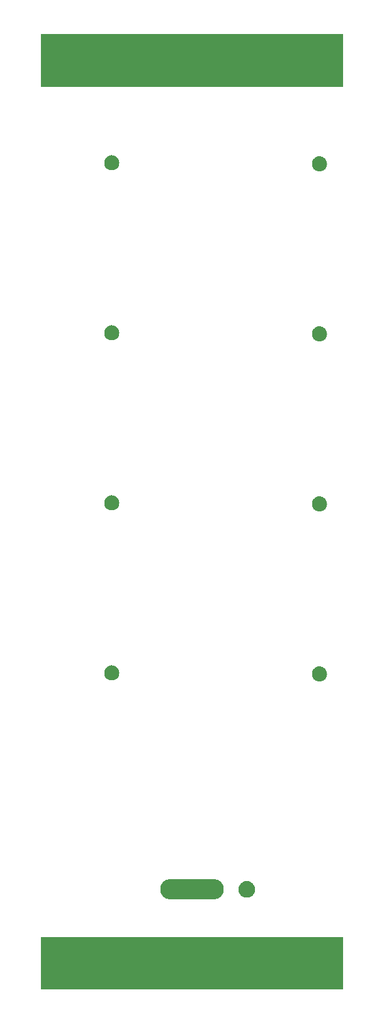
<source format=gbs>
G04 Layer: BottomSolderMaskLayer*
G04 EasyEDA v6.5.29, 2023-07-18 11:26:45*
G04 93ed5b14ed274c0ea8102e9f6fabb942,5a6b42c53f6a479593ecc07194224c93,10*
G04 Gerber Generator version 0.2*
G04 Scale: 100 percent, Rotated: No, Reflected: No *
G04 Dimensions in millimeters *
G04 leading zeros omitted , absolute positions ,4 integer and 5 decimal *
%FSLAX45Y45*%
%MOMM*%

%ADD10O,6.6032126X3.4031936000000003*%
%ADD11O,8.543188400000002X2.7631898*%

%LPD*%
G36*
X952601Y11214100D02*
G01*
X943508Y11213693D01*
X934466Y11212474D01*
X925576Y11210442D01*
X916889Y11207597D01*
X908507Y11204041D01*
X900480Y11199723D01*
X892860Y11194694D01*
X885748Y11189004D01*
X879144Y11182705D01*
X873150Y11175847D01*
X867816Y11168481D01*
X863142Y11160658D01*
X859180Y11152428D01*
X857453Y11148212D01*
X854659Y11139525D01*
X852627Y11130635D01*
X851408Y11121593D01*
X851001Y11112500D01*
X851408Y11103406D01*
X852627Y11094364D01*
X854659Y11085474D01*
X857453Y11076787D01*
X861060Y11068405D01*
X865378Y11060379D01*
X870407Y11052759D01*
X876096Y11045647D01*
X882396Y11039043D01*
X889253Y11033048D01*
X896619Y11027714D01*
X904443Y11023041D01*
X912672Y11019078D01*
X921207Y11015878D01*
X929995Y11013440D01*
X938936Y11011814D01*
X948029Y11011001D01*
X957173Y11011001D01*
X966216Y11011814D01*
X975207Y11013440D01*
X983996Y11015878D01*
X992530Y11019078D01*
X1000760Y11023041D01*
X1008583Y11027714D01*
X1015949Y11033048D01*
X1022807Y11039043D01*
X1029106Y11045647D01*
X1034796Y11052759D01*
X1039825Y11060379D01*
X1044143Y11068405D01*
X1047699Y11076787D01*
X1050544Y11085474D01*
X1052576Y11094364D01*
X1053795Y11103406D01*
X1054201Y11112500D01*
X1053795Y11121593D01*
X1052576Y11130635D01*
X1050544Y11139525D01*
X1047699Y11148212D01*
X1044143Y11156594D01*
X1039825Y11164620D01*
X1034796Y11172240D01*
X1029106Y11179352D01*
X1022807Y11185956D01*
X1015949Y11191951D01*
X1008583Y11197285D01*
X1000760Y11201958D01*
X992530Y11205921D01*
X983996Y11209121D01*
X975207Y11211560D01*
X966216Y11213185D01*
X957173Y11213998D01*
G37*
G36*
X3746601Y11201400D02*
G01*
X3737508Y11200993D01*
X3728465Y11199774D01*
X3719576Y11197742D01*
X3710889Y11194897D01*
X3702507Y11191341D01*
X3694480Y11187023D01*
X3686860Y11181994D01*
X3679748Y11176304D01*
X3673144Y11170005D01*
X3667150Y11163147D01*
X3661816Y11155781D01*
X3657142Y11147958D01*
X3653180Y11139728D01*
X3651453Y11135512D01*
X3648659Y11126825D01*
X3646627Y11117935D01*
X3645408Y11108893D01*
X3645001Y11099800D01*
X3645408Y11090706D01*
X3646627Y11081664D01*
X3648659Y11072774D01*
X3651453Y11064087D01*
X3655060Y11055705D01*
X3659378Y11047679D01*
X3664407Y11040059D01*
X3670096Y11032947D01*
X3676396Y11026343D01*
X3683254Y11020348D01*
X3690620Y11015014D01*
X3698443Y11010341D01*
X3706672Y11006378D01*
X3715207Y11003178D01*
X3723995Y11000740D01*
X3732936Y10999114D01*
X3742029Y10998301D01*
X3751173Y10998301D01*
X3760215Y10999114D01*
X3769207Y11000740D01*
X3777996Y11003178D01*
X3786530Y11006378D01*
X3794760Y11010341D01*
X3802583Y11015014D01*
X3809949Y11020348D01*
X3816807Y11026343D01*
X3823106Y11032947D01*
X3828796Y11040059D01*
X3833825Y11047679D01*
X3838143Y11055705D01*
X3841699Y11064087D01*
X3844544Y11072774D01*
X3846576Y11081664D01*
X3847795Y11090706D01*
X3848201Y11099800D01*
X3847795Y11108893D01*
X3846576Y11117935D01*
X3844544Y11126825D01*
X3841699Y11135512D01*
X3838143Y11143894D01*
X3833825Y11151920D01*
X3828796Y11159540D01*
X3823106Y11166652D01*
X3816807Y11173256D01*
X3809949Y11179251D01*
X3802583Y11184585D01*
X3794760Y11189258D01*
X3786530Y11193221D01*
X3777996Y11196421D01*
X3769207Y11198860D01*
X3760215Y11200485D01*
X3751173Y11201298D01*
G37*
G36*
X952601Y8928100D02*
G01*
X943508Y8927693D01*
X934466Y8926474D01*
X925576Y8924442D01*
X916889Y8921597D01*
X908507Y8918041D01*
X900480Y8913723D01*
X892860Y8908694D01*
X885748Y8903004D01*
X879144Y8896705D01*
X873150Y8889847D01*
X867816Y8882481D01*
X863142Y8874658D01*
X859180Y8866428D01*
X857453Y8862212D01*
X854659Y8853525D01*
X852627Y8844635D01*
X851408Y8835593D01*
X851001Y8826500D01*
X851408Y8817406D01*
X852627Y8808364D01*
X854659Y8799474D01*
X857453Y8790787D01*
X861060Y8782405D01*
X865378Y8774379D01*
X870407Y8766759D01*
X876096Y8759647D01*
X882396Y8753043D01*
X889253Y8747048D01*
X896619Y8741714D01*
X904443Y8737041D01*
X912672Y8733078D01*
X921207Y8729878D01*
X929995Y8727440D01*
X938936Y8725814D01*
X948029Y8725001D01*
X957173Y8725001D01*
X966216Y8725814D01*
X975207Y8727440D01*
X983996Y8729878D01*
X992530Y8733078D01*
X1000760Y8737041D01*
X1008583Y8741714D01*
X1015949Y8747048D01*
X1022807Y8753043D01*
X1029106Y8759647D01*
X1034796Y8766759D01*
X1039825Y8774379D01*
X1044143Y8782405D01*
X1047699Y8790787D01*
X1050544Y8799474D01*
X1052576Y8808364D01*
X1053795Y8817406D01*
X1054201Y8826500D01*
X1053795Y8835593D01*
X1052576Y8844635D01*
X1050544Y8853525D01*
X1047699Y8862212D01*
X1044143Y8870594D01*
X1039825Y8878620D01*
X1034796Y8886240D01*
X1029106Y8893352D01*
X1022807Y8899956D01*
X1015949Y8905951D01*
X1008583Y8911285D01*
X1000760Y8915958D01*
X992530Y8919921D01*
X983996Y8923121D01*
X975207Y8925560D01*
X966216Y8927185D01*
X957173Y8927998D01*
G37*
G36*
X3746601Y8915400D02*
G01*
X3737508Y8914993D01*
X3728465Y8913774D01*
X3719576Y8911742D01*
X3710889Y8908897D01*
X3702507Y8905341D01*
X3694480Y8901023D01*
X3686860Y8895994D01*
X3679748Y8890304D01*
X3673144Y8884005D01*
X3667150Y8877147D01*
X3661816Y8869781D01*
X3657142Y8861958D01*
X3653180Y8853728D01*
X3651453Y8849512D01*
X3648659Y8840825D01*
X3646627Y8831935D01*
X3645408Y8822893D01*
X3645001Y8813800D01*
X3645408Y8804706D01*
X3646627Y8795664D01*
X3648659Y8786774D01*
X3651453Y8778087D01*
X3655060Y8769705D01*
X3659378Y8761679D01*
X3664407Y8754059D01*
X3670096Y8746947D01*
X3676396Y8740343D01*
X3683254Y8734348D01*
X3690620Y8729014D01*
X3698443Y8724341D01*
X3706672Y8720378D01*
X3715207Y8717178D01*
X3723995Y8714740D01*
X3732936Y8713114D01*
X3742029Y8712301D01*
X3751173Y8712301D01*
X3760215Y8713114D01*
X3769207Y8714740D01*
X3777996Y8717178D01*
X3786530Y8720378D01*
X3794760Y8724341D01*
X3802583Y8729014D01*
X3809949Y8734348D01*
X3816807Y8740343D01*
X3823106Y8746947D01*
X3828796Y8754059D01*
X3833825Y8761679D01*
X3838143Y8769705D01*
X3841699Y8778087D01*
X3844544Y8786774D01*
X3846576Y8795664D01*
X3847795Y8804706D01*
X3848201Y8813800D01*
X3847795Y8822893D01*
X3846576Y8831935D01*
X3844544Y8840825D01*
X3841699Y8849512D01*
X3838143Y8857894D01*
X3833825Y8865920D01*
X3828796Y8873540D01*
X3823106Y8880652D01*
X3816807Y8887256D01*
X3809949Y8893251D01*
X3802583Y8898585D01*
X3794760Y8903258D01*
X3786530Y8907221D01*
X3777996Y8910421D01*
X3769207Y8912860D01*
X3760215Y8914485D01*
X3751173Y8915298D01*
G37*
G36*
X952601Y6642100D02*
G01*
X943508Y6641693D01*
X934466Y6640474D01*
X925576Y6638442D01*
X916889Y6635597D01*
X908507Y6632041D01*
X900480Y6627723D01*
X892860Y6622694D01*
X885748Y6617004D01*
X879144Y6610705D01*
X873150Y6603847D01*
X867816Y6596481D01*
X863142Y6588658D01*
X859180Y6580428D01*
X857453Y6576212D01*
X854659Y6567525D01*
X852627Y6558635D01*
X851408Y6549593D01*
X851001Y6540500D01*
X851408Y6531406D01*
X852627Y6522364D01*
X854659Y6513474D01*
X857453Y6504787D01*
X861060Y6496405D01*
X865378Y6488379D01*
X870407Y6480759D01*
X876096Y6473647D01*
X882396Y6467043D01*
X889253Y6461048D01*
X896619Y6455714D01*
X904443Y6451041D01*
X912672Y6447078D01*
X921207Y6443878D01*
X929995Y6441440D01*
X938936Y6439814D01*
X948029Y6439001D01*
X957173Y6439001D01*
X966216Y6439814D01*
X975207Y6441440D01*
X983996Y6443878D01*
X992530Y6447078D01*
X1000760Y6451041D01*
X1008583Y6455714D01*
X1015949Y6461048D01*
X1022807Y6467043D01*
X1029106Y6473647D01*
X1034796Y6480759D01*
X1039825Y6488379D01*
X1044143Y6496405D01*
X1047699Y6504787D01*
X1050544Y6513474D01*
X1052576Y6522364D01*
X1053795Y6531406D01*
X1054201Y6540500D01*
X1053795Y6549593D01*
X1052576Y6558635D01*
X1050544Y6567525D01*
X1047699Y6576212D01*
X1044143Y6584594D01*
X1039825Y6592620D01*
X1034796Y6600240D01*
X1029106Y6607352D01*
X1022807Y6613956D01*
X1015949Y6619951D01*
X1008583Y6625285D01*
X1000760Y6629958D01*
X992530Y6633921D01*
X983996Y6637121D01*
X975207Y6639559D01*
X966216Y6641185D01*
X957173Y6641998D01*
G37*
G36*
X3746601Y6629400D02*
G01*
X3737508Y6628993D01*
X3728465Y6627774D01*
X3719576Y6625742D01*
X3710889Y6622897D01*
X3702507Y6619341D01*
X3694480Y6615023D01*
X3686860Y6609994D01*
X3679748Y6604304D01*
X3673144Y6598005D01*
X3667150Y6591147D01*
X3661816Y6583781D01*
X3657142Y6575958D01*
X3653180Y6567728D01*
X3651453Y6563512D01*
X3648659Y6554825D01*
X3646627Y6545935D01*
X3645408Y6536893D01*
X3645001Y6527800D01*
X3645408Y6518706D01*
X3646627Y6509664D01*
X3648659Y6500774D01*
X3651453Y6492087D01*
X3655060Y6483705D01*
X3659378Y6475679D01*
X3664407Y6468059D01*
X3670096Y6460947D01*
X3676396Y6454343D01*
X3683254Y6448348D01*
X3690620Y6443014D01*
X3698443Y6438341D01*
X3706672Y6434378D01*
X3715207Y6431178D01*
X3723995Y6428740D01*
X3732936Y6427114D01*
X3742029Y6426301D01*
X3751173Y6426301D01*
X3760215Y6427114D01*
X3769207Y6428740D01*
X3777996Y6431178D01*
X3786530Y6434378D01*
X3794760Y6438341D01*
X3802583Y6443014D01*
X3809949Y6448348D01*
X3816807Y6454343D01*
X3823106Y6460947D01*
X3828796Y6468059D01*
X3833825Y6475679D01*
X3838143Y6483705D01*
X3841699Y6492087D01*
X3844544Y6500774D01*
X3846576Y6509664D01*
X3847795Y6518706D01*
X3848201Y6527800D01*
X3847795Y6536893D01*
X3846576Y6545935D01*
X3844544Y6554825D01*
X3841699Y6563512D01*
X3838143Y6571894D01*
X3833825Y6579920D01*
X3828796Y6587540D01*
X3823106Y6594652D01*
X3816807Y6601256D01*
X3809949Y6607251D01*
X3802583Y6612585D01*
X3794760Y6617258D01*
X3786530Y6621221D01*
X3777996Y6624421D01*
X3769207Y6626859D01*
X3760215Y6628485D01*
X3751173Y6629298D01*
G37*
G36*
X952601Y4356100D02*
G01*
X943508Y4355693D01*
X934466Y4354474D01*
X925576Y4352442D01*
X916889Y4349597D01*
X908507Y4346041D01*
X900480Y4341723D01*
X892860Y4336694D01*
X885748Y4331004D01*
X879144Y4324705D01*
X873150Y4317847D01*
X867816Y4310481D01*
X863142Y4302658D01*
X859180Y4294428D01*
X857453Y4290212D01*
X854659Y4281525D01*
X852627Y4272635D01*
X851408Y4263593D01*
X851001Y4254500D01*
X851408Y4245406D01*
X852627Y4236364D01*
X854659Y4227474D01*
X857453Y4218787D01*
X861060Y4210405D01*
X865378Y4202379D01*
X870407Y4194759D01*
X876096Y4187647D01*
X882396Y4181043D01*
X889253Y4175048D01*
X896619Y4169714D01*
X904443Y4165041D01*
X912672Y4161078D01*
X921207Y4157878D01*
X929995Y4155440D01*
X938936Y4153814D01*
X948029Y4153001D01*
X957173Y4153001D01*
X966216Y4153814D01*
X975207Y4155440D01*
X983996Y4157878D01*
X992530Y4161078D01*
X1000760Y4165041D01*
X1008583Y4169714D01*
X1015949Y4175048D01*
X1022807Y4181043D01*
X1029106Y4187647D01*
X1034796Y4194759D01*
X1039825Y4202379D01*
X1044143Y4210405D01*
X1047699Y4218787D01*
X1050544Y4227474D01*
X1052576Y4236364D01*
X1053795Y4245406D01*
X1054201Y4254500D01*
X1053795Y4263593D01*
X1052576Y4272635D01*
X1050544Y4281525D01*
X1047699Y4290212D01*
X1044143Y4298594D01*
X1039825Y4306620D01*
X1034796Y4314240D01*
X1029106Y4321352D01*
X1022807Y4327956D01*
X1015949Y4333951D01*
X1008583Y4339285D01*
X1000760Y4343958D01*
X992530Y4347921D01*
X983996Y4351121D01*
X975207Y4353560D01*
X966216Y4355185D01*
X957173Y4355998D01*
G37*
G36*
X3746601Y4343400D02*
G01*
X3737508Y4342993D01*
X3728465Y4341774D01*
X3719576Y4339742D01*
X3710889Y4336897D01*
X3702507Y4333341D01*
X3694480Y4329023D01*
X3686860Y4323994D01*
X3679748Y4318304D01*
X3673144Y4312005D01*
X3667150Y4305147D01*
X3661816Y4297781D01*
X3657142Y4289958D01*
X3653180Y4281728D01*
X3651453Y4277512D01*
X3648659Y4268825D01*
X3646627Y4259935D01*
X3645408Y4250893D01*
X3645001Y4241800D01*
X3645408Y4232706D01*
X3646627Y4223664D01*
X3648659Y4214774D01*
X3651453Y4206087D01*
X3655060Y4197705D01*
X3659378Y4189679D01*
X3664407Y4182059D01*
X3670096Y4174947D01*
X3676396Y4168343D01*
X3683254Y4162348D01*
X3690620Y4157014D01*
X3698443Y4152341D01*
X3706672Y4148378D01*
X3715207Y4145178D01*
X3723995Y4142740D01*
X3732936Y4141114D01*
X3742029Y4140301D01*
X3751173Y4140301D01*
X3760215Y4141114D01*
X3769207Y4142740D01*
X3777996Y4145178D01*
X3786530Y4148378D01*
X3794760Y4152341D01*
X3802583Y4157014D01*
X3809949Y4162348D01*
X3816807Y4168343D01*
X3823106Y4174947D01*
X3828796Y4182059D01*
X3833825Y4189679D01*
X3838143Y4197705D01*
X3841699Y4206087D01*
X3844544Y4214774D01*
X3846576Y4223664D01*
X3847795Y4232706D01*
X3848201Y4241800D01*
X3847795Y4250893D01*
X3846576Y4259935D01*
X3844544Y4268825D01*
X3841699Y4277512D01*
X3838143Y4285894D01*
X3833825Y4293920D01*
X3828796Y4301540D01*
X3823106Y4308652D01*
X3816807Y4315256D01*
X3809949Y4321251D01*
X3802583Y4326585D01*
X3794760Y4331258D01*
X3786530Y4335221D01*
X3777996Y4338421D01*
X3769207Y4340860D01*
X3760215Y4342485D01*
X3751173Y4343298D01*
G37*
G36*
X2768600Y1457299D02*
G01*
X2758897Y1456893D01*
X2754071Y1456385D01*
X2744520Y1454708D01*
X2735173Y1452219D01*
X2726029Y1448968D01*
X2717241Y1444904D01*
X2708808Y1440129D01*
X2700782Y1434642D01*
X2693314Y1428445D01*
X2686405Y1421688D01*
X2680055Y1414322D01*
X2674416Y1406448D01*
X2669438Y1398117D01*
X2665171Y1389380D01*
X2661716Y1380337D01*
X2659024Y1371041D01*
X2657195Y1361490D01*
X2656535Y1356715D01*
X2655925Y1347012D01*
X2656128Y1337310D01*
X2656535Y1332484D01*
X2658008Y1322933D01*
X2659024Y1318158D01*
X2661716Y1308862D01*
X2665171Y1299819D01*
X2669438Y1291082D01*
X2674416Y1282750D01*
X2680055Y1274876D01*
X2686405Y1267510D01*
X2693314Y1260754D01*
X2700782Y1254556D01*
X2708808Y1249070D01*
X2717241Y1244295D01*
X2726029Y1240231D01*
X2735173Y1236980D01*
X2744520Y1234490D01*
X2754071Y1232814D01*
X2763774Y1232001D01*
X2773476Y1232001D01*
X2783128Y1232814D01*
X2792679Y1234490D01*
X2802026Y1236980D01*
X2811170Y1240231D01*
X2820009Y1244295D01*
X2828442Y1249070D01*
X2836418Y1254556D01*
X2843885Y1260754D01*
X2850845Y1267510D01*
X2857144Y1274876D01*
X2862834Y1282750D01*
X2867761Y1291082D01*
X2872028Y1299819D01*
X2875483Y1308862D01*
X2878175Y1318158D01*
X2880004Y1327708D01*
X2880664Y1332484D01*
X2881274Y1342186D01*
X2881071Y1351889D01*
X2880664Y1356715D01*
X2879191Y1366266D01*
X2878175Y1371041D01*
X2875483Y1380337D01*
X2872028Y1389380D01*
X2867761Y1398117D01*
X2862834Y1406448D01*
X2857144Y1414322D01*
X2850845Y1421688D01*
X2843885Y1428445D01*
X2836418Y1434642D01*
X2828442Y1440129D01*
X2820009Y1444904D01*
X2811170Y1448968D01*
X2802026Y1452219D01*
X2792679Y1454708D01*
X2783128Y1456385D01*
X2773476Y1457198D01*
G37*
G36*
X2768600Y1457299D02*
G01*
X2758897Y1456893D01*
X2754071Y1456385D01*
X2744520Y1454708D01*
X2735173Y1452219D01*
X2726029Y1448968D01*
X2717241Y1444904D01*
X2708808Y1440129D01*
X2700782Y1434642D01*
X2693314Y1428445D01*
X2686405Y1421688D01*
X2680055Y1414322D01*
X2674416Y1406448D01*
X2669438Y1398117D01*
X2665171Y1389380D01*
X2661716Y1380337D01*
X2659024Y1371041D01*
X2657195Y1361490D01*
X2656535Y1356715D01*
X2655925Y1347012D01*
X2656128Y1337310D01*
X2656535Y1332484D01*
X2658008Y1322933D01*
X2659024Y1318158D01*
X2661716Y1308862D01*
X2665171Y1299819D01*
X2669438Y1291082D01*
X2674416Y1282750D01*
X2680055Y1274876D01*
X2686405Y1267510D01*
X2693314Y1260754D01*
X2700782Y1254556D01*
X2708808Y1249070D01*
X2717241Y1244295D01*
X2726029Y1240231D01*
X2735173Y1236980D01*
X2744520Y1234490D01*
X2754071Y1232814D01*
X2763774Y1232001D01*
X2773476Y1232001D01*
X2783128Y1232814D01*
X2792679Y1234490D01*
X2802026Y1236980D01*
X2811170Y1240231D01*
X2820009Y1244295D01*
X2828442Y1249070D01*
X2836418Y1254556D01*
X2843885Y1260754D01*
X2850845Y1267510D01*
X2857144Y1274876D01*
X2862834Y1282750D01*
X2867761Y1291082D01*
X2872028Y1299819D01*
X2875483Y1308862D01*
X2878175Y1318158D01*
X2880004Y1327708D01*
X2880664Y1332484D01*
X2881274Y1342186D01*
X2881071Y1351889D01*
X2880664Y1356715D01*
X2879191Y1366266D01*
X2878175Y1371041D01*
X2875483Y1380337D01*
X2872028Y1389380D01*
X2867761Y1398117D01*
X2862834Y1406448D01*
X2857144Y1414322D01*
X2850845Y1421688D01*
X2843885Y1428445D01*
X2836418Y1434642D01*
X2828442Y1440129D01*
X2820009Y1444904D01*
X2811170Y1448968D01*
X2802026Y1452219D01*
X2792679Y1454708D01*
X2783128Y1456385D01*
X2773476Y1457198D01*
G37*
D10*
G01*
X685800Y12573000D03*
G01*
X3378200Y330200D03*
D11*
G01*
X2032000Y1346200D03*
G36*
X0Y12839700D02*
G01*
X4064000Y12839700D01*
X4064000Y12128500D01*
X0Y12128500D01*
G37*
G36*
X0Y698500D02*
G01*
X4066108Y698500D01*
X4066108Y0D01*
X0Y0D01*
G37*
M02*

</source>
